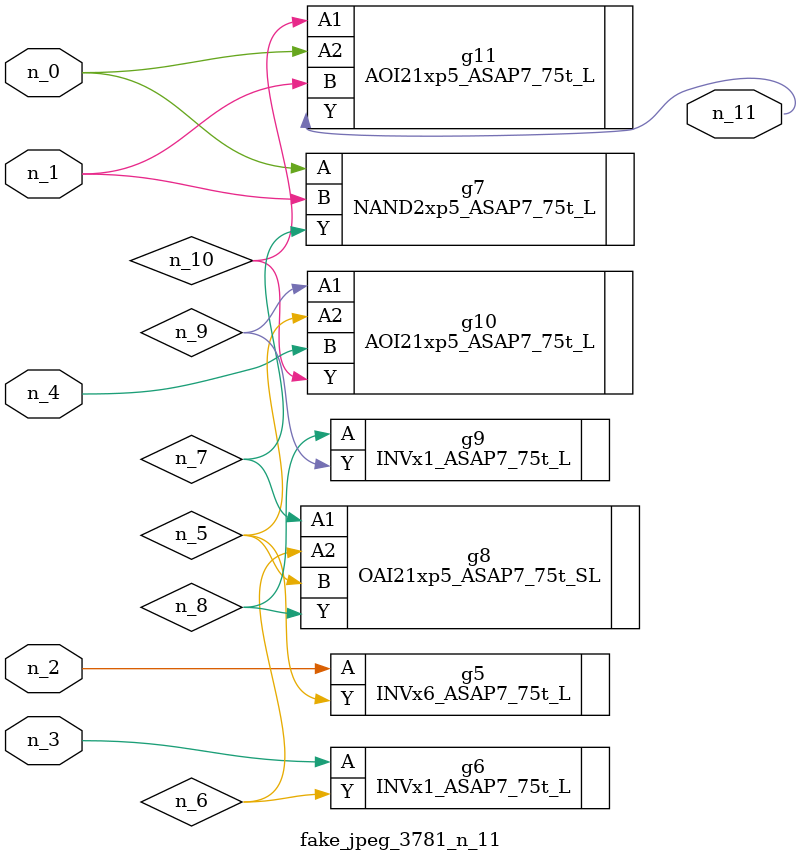
<source format=v>
module fake_jpeg_3781_n_11 (n_3, n_2, n_1, n_0, n_4, n_11);

input n_3;
input n_2;
input n_1;
input n_0;
input n_4;

output n_11;

wire n_10;
wire n_8;
wire n_9;
wire n_6;
wire n_5;
wire n_7;

INVx6_ASAP7_75t_L g5 ( 
.A(n_2),
.Y(n_5)
);

INVx1_ASAP7_75t_L g6 ( 
.A(n_3),
.Y(n_6)
);

NAND2xp5_ASAP7_75t_L g7 ( 
.A(n_0),
.B(n_1),
.Y(n_7)
);

OAI21xp5_ASAP7_75t_SL g8 ( 
.A1(n_7),
.A2(n_6),
.B(n_5),
.Y(n_8)
);

INVx1_ASAP7_75t_L g9 ( 
.A(n_8),
.Y(n_9)
);

AOI21xp5_ASAP7_75t_L g10 ( 
.A1(n_9),
.A2(n_5),
.B(n_4),
.Y(n_10)
);

AOI21xp5_ASAP7_75t_L g11 ( 
.A1(n_10),
.A2(n_0),
.B(n_1),
.Y(n_11)
);


endmodule
</source>
